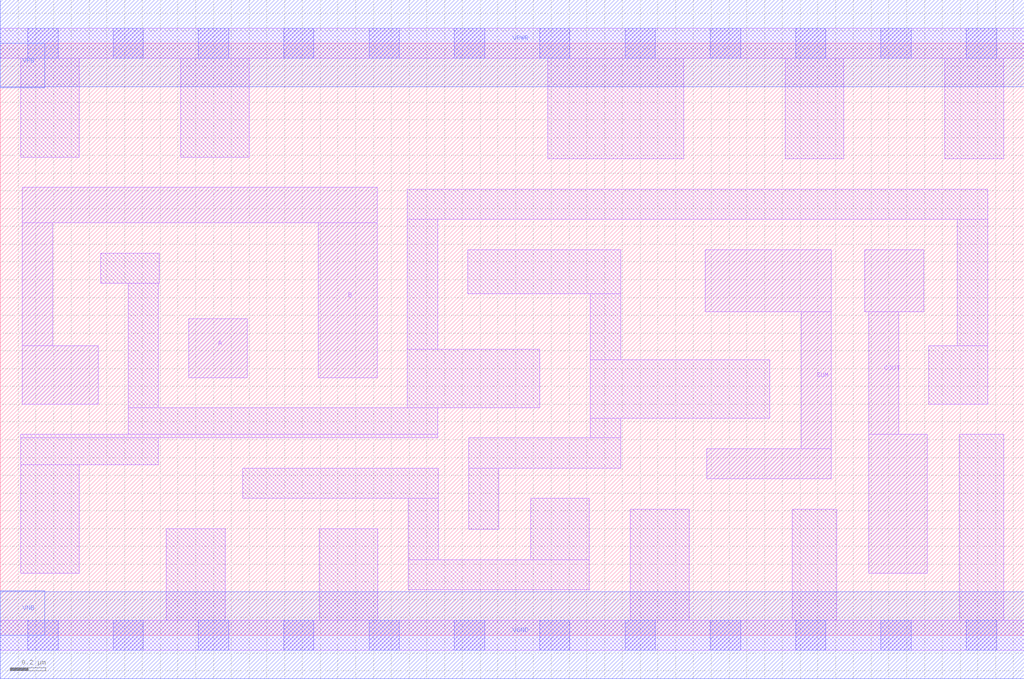
<source format=lef>
# Copyright 2020 The SkyWater PDK Authors
#
# Licensed under the Apache License, Version 2.0 (the "License");
# you may not use this file except in compliance with the License.
# You may obtain a copy of the License at
#
#     https://www.apache.org/licenses/LICENSE-2.0
#
# Unless required by applicable law or agreed to in writing, software
# distributed under the License is distributed on an "AS IS" BASIS,
# WITHOUT WARRANTIES OR CONDITIONS OF ANY KIND, either express or implied.
# See the License for the specific language governing permissions and
# limitations under the License.
#
# SPDX-License-Identifier: Apache-2.0

VERSION 5.5 ;
NAMESCASESENSITIVE ON ;
BUSBITCHARS "[]" ;
DIVIDERCHAR "/" ;
MACRO sky130_fd_sc_hs__ha_2
  CLASS CORE ;
  SOURCE USER ;
  ORIGIN  0.000000  0.000000 ;
  SIZE  5.760000 BY  3.330000 ;
  SYMMETRY X Y ;
  SITE unit ;
  PIN A
    ANTENNAGATEAREA  0.522000 ;
    DIRECTION INPUT ;
    USE SIGNAL ;
    PORT
      LAYER li1 ;
        RECT 1.060000 1.450000 1.390000 1.780000 ;
    END
  END A
  PIN B
    ANTENNAGATEAREA  0.522000 ;
    DIRECTION INPUT ;
    USE SIGNAL ;
    PORT
      LAYER li1 ;
        RECT 0.125000 1.300000 0.550000 1.630000 ;
        RECT 0.125000 1.630000 0.295000 2.320000 ;
        RECT 0.125000 2.320000 2.120000 2.520000 ;
        RECT 1.790000 1.450000 2.120000 2.320000 ;
    END
  END B
  PIN COUT
    ANTENNADIFFAREA  0.543200 ;
    DIRECTION OUTPUT ;
    USE SIGNAL ;
    PORT
      LAYER li1 ;
        RECT 4.865000 1.820000 5.195000 2.170000 ;
        RECT 4.885000 0.350000 5.215000 1.130000 ;
        RECT 4.885000 1.130000 5.055000 1.820000 ;
    END
  END COUT
  PIN SUM
    ANTENNADIFFAREA  0.580200 ;
    DIRECTION OUTPUT ;
    USE SIGNAL ;
    PORT
      LAYER li1 ;
        RECT 3.965000 1.820000 4.675000 2.170000 ;
        RECT 3.975000 0.880000 4.675000 1.050000 ;
        RECT 4.505000 1.050000 4.675000 1.820000 ;
    END
  END SUM
  PIN VGND
    DIRECTION INOUT ;
    USE GROUND ;
    PORT
      LAYER met1 ;
        RECT 0.000000 -0.245000 5.760000 0.245000 ;
    END
  END VGND
  PIN VNB
    DIRECTION INOUT ;
    USE GROUND ;
    PORT
      LAYER met1 ;
        RECT 0.000000 0.000000 0.250000 0.250000 ;
    END
  END VNB
  PIN VPB
    DIRECTION INOUT ;
    USE POWER ;
    PORT
      LAYER met1 ;
        RECT 0.000000 3.080000 0.250000 3.330000 ;
    END
  END VPB
  PIN VPWR
    DIRECTION INOUT ;
    USE POWER ;
    PORT
      LAYER met1 ;
        RECT 0.000000 3.085000 5.760000 3.575000 ;
    END
  END VPWR
  OBS
    LAYER li1 ;
      RECT 0.000000 -0.085000 5.760000 0.085000 ;
      RECT 0.000000  3.245000 5.760000 3.415000 ;
      RECT 0.115000  0.350000 0.445000 0.960000 ;
      RECT 0.115000  0.960000 0.890000 1.110000 ;
      RECT 0.115000  1.110000 2.460000 1.130000 ;
      RECT 0.115000  2.690000 0.445000 3.245000 ;
      RECT 0.565000  1.980000 0.895000 2.150000 ;
      RECT 0.720000  1.130000 2.460000 1.280000 ;
      RECT 0.720000  1.280000 0.890000 1.980000 ;
      RECT 0.935000  0.085000 1.265000 0.600000 ;
      RECT 1.015000  2.690000 1.400000 3.245000 ;
      RECT 1.365000  0.770000 2.465000 0.940000 ;
      RECT 1.795000  0.085000 2.125000 0.600000 ;
      RECT 2.290000  1.280000 3.035000 1.610000 ;
      RECT 2.290000  1.610000 2.460000 2.340000 ;
      RECT 2.290000  2.340000 5.555000 2.510000 ;
      RECT 2.295000  0.255000 3.315000 0.425000 ;
      RECT 2.295000  0.425000 2.465000 0.770000 ;
      RECT 2.630000  1.920000 3.490000 2.170000 ;
      RECT 2.635000  0.595000 2.805000 0.940000 ;
      RECT 2.635000  0.940000 3.490000 1.110000 ;
      RECT 2.985000  0.425000 3.315000 0.770000 ;
      RECT 3.080000  2.680000 3.845000 3.245000 ;
      RECT 3.320000  1.110000 3.490000 1.220000 ;
      RECT 3.320000  1.220000 4.330000 1.550000 ;
      RECT 3.320000  1.550000 3.490000 1.920000 ;
      RECT 3.545000  0.085000 3.875000 0.710000 ;
      RECT 4.415000  2.680000 4.745000 3.245000 ;
      RECT 4.455000  0.085000 4.705000 0.710000 ;
      RECT 5.225000  1.300000 5.555000 1.630000 ;
      RECT 5.315000  2.680000 5.645000 3.245000 ;
      RECT 5.385000  1.630000 5.555000 2.340000 ;
      RECT 5.395000  0.085000 5.645000 1.130000 ;
    LAYER mcon ;
      RECT 0.155000 -0.085000 0.325000 0.085000 ;
      RECT 0.155000  3.245000 0.325000 3.415000 ;
      RECT 0.635000 -0.085000 0.805000 0.085000 ;
      RECT 0.635000  3.245000 0.805000 3.415000 ;
      RECT 1.115000 -0.085000 1.285000 0.085000 ;
      RECT 1.115000  3.245000 1.285000 3.415000 ;
      RECT 1.595000 -0.085000 1.765000 0.085000 ;
      RECT 1.595000  3.245000 1.765000 3.415000 ;
      RECT 2.075000 -0.085000 2.245000 0.085000 ;
      RECT 2.075000  3.245000 2.245000 3.415000 ;
      RECT 2.555000 -0.085000 2.725000 0.085000 ;
      RECT 2.555000  3.245000 2.725000 3.415000 ;
      RECT 3.035000 -0.085000 3.205000 0.085000 ;
      RECT 3.035000  3.245000 3.205000 3.415000 ;
      RECT 3.515000 -0.085000 3.685000 0.085000 ;
      RECT 3.515000  3.245000 3.685000 3.415000 ;
      RECT 3.995000 -0.085000 4.165000 0.085000 ;
      RECT 3.995000  3.245000 4.165000 3.415000 ;
      RECT 4.475000 -0.085000 4.645000 0.085000 ;
      RECT 4.475000  3.245000 4.645000 3.415000 ;
      RECT 4.955000 -0.085000 5.125000 0.085000 ;
      RECT 4.955000  3.245000 5.125000 3.415000 ;
      RECT 5.435000 -0.085000 5.605000 0.085000 ;
      RECT 5.435000  3.245000 5.605000 3.415000 ;
  END
END sky130_fd_sc_hs__ha_2
END LIBRARY

</source>
